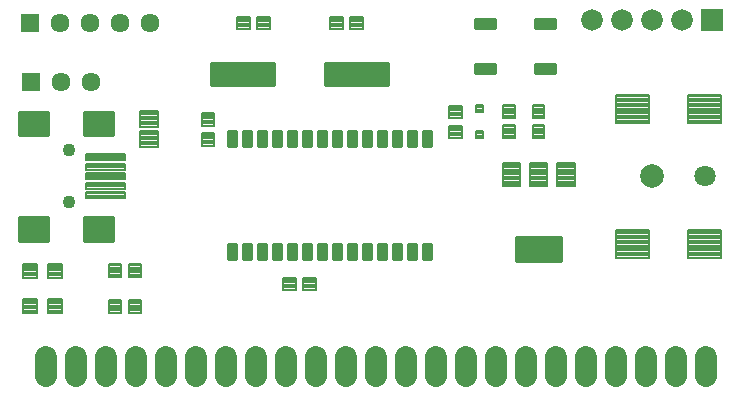
<source format=gts>
G75*
G70*
%OFA0B0*%
%FSLAX24Y24*%
%IPPOS*%
%LPD*%
%AMOC8*
5,1,8,0,0,1.08239X$1,22.5*
%
%ADD10R,0.0720X0.0720*%
%ADD11C,0.0720*%
%ADD12C,0.0087*%
%ADD13C,0.0080*%
%ADD14C,0.0434*%
%ADD15C,0.0084*%
%ADD16C,0.0081*%
%ADD17C,0.0080*%
%ADD18C,0.0083*%
%ADD19C,0.0082*%
%ADD20C,0.0789*%
%ADD21C,0.0710*%
%ADD22C,0.0084*%
%ADD23R,0.0635X0.0635*%
%ADD24C,0.0635*%
%ADD25C,0.0720*%
%ADD26C,0.0082*%
D10*
X023889Y012464D03*
D11*
X022889Y012464D03*
X021889Y012464D03*
X020889Y012464D03*
X019889Y012464D03*
D12*
X018845Y005217D02*
X017355Y005217D01*
X018845Y005217D02*
X018845Y004437D01*
X017355Y004437D01*
X017355Y005217D01*
X017355Y004523D02*
X018845Y004523D01*
X018845Y004609D02*
X017355Y004609D01*
X017355Y004695D02*
X018845Y004695D01*
X018845Y004781D02*
X017355Y004781D01*
X017355Y004867D02*
X018845Y004867D01*
X018845Y004953D02*
X017355Y004953D01*
X017355Y005039D02*
X018845Y005039D01*
X018845Y005125D02*
X017355Y005125D01*
X017355Y005211D02*
X018845Y005211D01*
X002945Y005106D02*
X002945Y005886D01*
X003923Y005886D01*
X003923Y005106D01*
X002945Y005106D01*
X002945Y005192D02*
X003923Y005192D01*
X003923Y005278D02*
X002945Y005278D01*
X002945Y005364D02*
X003923Y005364D01*
X003923Y005450D02*
X002945Y005450D01*
X002945Y005536D02*
X003923Y005536D01*
X003923Y005622D02*
X002945Y005622D01*
X002945Y005708D02*
X003923Y005708D01*
X003923Y005794D02*
X002945Y005794D01*
X002945Y005880D02*
X003923Y005880D01*
X000780Y005886D02*
X000780Y005106D01*
X000780Y005886D02*
X001758Y005886D01*
X001758Y005106D01*
X000780Y005106D01*
X000780Y005192D02*
X001758Y005192D01*
X001758Y005278D02*
X000780Y005278D01*
X000780Y005364D02*
X001758Y005364D01*
X001758Y005450D02*
X000780Y005450D01*
X000780Y005536D02*
X001758Y005536D01*
X001758Y005622D02*
X000780Y005622D01*
X000780Y005708D02*
X001758Y005708D01*
X001758Y005794D02*
X000780Y005794D01*
X000780Y005880D02*
X001758Y005880D01*
X000780Y008610D02*
X000780Y009390D01*
X001758Y009390D01*
X001758Y008610D01*
X000780Y008610D01*
X000780Y008696D02*
X001758Y008696D01*
X001758Y008782D02*
X000780Y008782D01*
X000780Y008868D02*
X001758Y008868D01*
X001758Y008954D02*
X000780Y008954D01*
X000780Y009040D02*
X001758Y009040D01*
X001758Y009126D02*
X000780Y009126D01*
X000780Y009212D02*
X001758Y009212D01*
X001758Y009298D02*
X000780Y009298D01*
X000780Y009384D02*
X001758Y009384D01*
X002945Y009390D02*
X002945Y008610D01*
X002945Y009390D02*
X003923Y009390D01*
X003923Y008610D01*
X002945Y008610D01*
X002945Y008696D02*
X003923Y008696D01*
X003923Y008782D02*
X002945Y008782D01*
X002945Y008868D02*
X003923Y008868D01*
X003923Y008954D02*
X002945Y008954D01*
X002945Y009040D02*
X003923Y009040D01*
X003923Y009126D02*
X002945Y009126D01*
X002945Y009212D02*
X003923Y009212D01*
X003923Y009298D02*
X002945Y009298D01*
X002945Y009384D02*
X003923Y009384D01*
D13*
X003021Y007976D02*
X003021Y007780D01*
X003021Y007976D02*
X004319Y007976D01*
X004319Y007780D01*
X003021Y007780D01*
X003021Y007859D02*
X004319Y007859D01*
X004319Y007938D02*
X003021Y007938D01*
X003021Y007661D02*
X003021Y007465D01*
X003021Y007661D02*
X004319Y007661D01*
X004319Y007465D01*
X003021Y007465D01*
X003021Y007544D02*
X004319Y007544D01*
X004319Y007623D02*
X003021Y007623D01*
X003021Y007346D02*
X003021Y007150D01*
X003021Y007346D02*
X004319Y007346D01*
X004319Y007150D01*
X003021Y007150D01*
X003021Y007229D02*
X004319Y007229D01*
X004319Y007308D02*
X003021Y007308D01*
X003021Y007031D02*
X003021Y006835D01*
X003021Y007031D02*
X004319Y007031D01*
X004319Y006835D01*
X003021Y006835D01*
X003021Y006914D02*
X004319Y006914D01*
X004319Y006993D02*
X003021Y006993D01*
X003021Y006716D02*
X003021Y006520D01*
X003021Y006716D02*
X004319Y006716D01*
X004319Y006520D01*
X003021Y006520D01*
X003021Y006599D02*
X004319Y006599D01*
X004319Y006678D02*
X003021Y006678D01*
D14*
X002450Y006382D03*
X002450Y008114D03*
D15*
X007185Y010281D02*
X009281Y010281D01*
X007185Y010281D02*
X007185Y011037D01*
X009281Y011037D01*
X009281Y010281D01*
X009281Y010364D02*
X007185Y010364D01*
X007185Y010447D02*
X009281Y010447D01*
X009281Y010530D02*
X007185Y010530D01*
X007185Y010613D02*
X009281Y010613D01*
X009281Y010696D02*
X007185Y010696D01*
X007185Y010779D02*
X009281Y010779D01*
X009281Y010862D02*
X007185Y010862D01*
X007185Y010945D02*
X009281Y010945D01*
X009281Y011028D02*
X007185Y011028D01*
X010985Y010281D02*
X013081Y010281D01*
X010985Y010281D02*
X010985Y011037D01*
X013081Y011037D01*
X013081Y010281D01*
X013081Y010364D02*
X010985Y010364D01*
X010985Y010447D02*
X013081Y010447D01*
X013081Y010530D02*
X010985Y010530D01*
X010985Y010613D02*
X013081Y010613D01*
X013081Y010696D02*
X010985Y010696D01*
X010985Y010779D02*
X013081Y010779D01*
X013081Y010862D02*
X010985Y010862D01*
X010985Y010945D02*
X013081Y010945D01*
X013081Y011028D02*
X010985Y011028D01*
D16*
X011151Y012563D02*
X011583Y012563D01*
X011583Y012169D01*
X011151Y012169D01*
X011151Y012563D01*
X011151Y012249D02*
X011583Y012249D01*
X011583Y012329D02*
X011151Y012329D01*
X011151Y012409D02*
X011583Y012409D01*
X011583Y012489D02*
X011151Y012489D01*
X011821Y012563D02*
X012253Y012563D01*
X012253Y012169D01*
X011821Y012169D01*
X011821Y012563D01*
X011821Y012249D02*
X012253Y012249D01*
X012253Y012329D02*
X011821Y012329D01*
X011821Y012409D02*
X012253Y012409D01*
X012253Y012489D02*
X011821Y012489D01*
X009152Y012169D02*
X008720Y012169D01*
X008720Y012563D01*
X009152Y012563D01*
X009152Y012169D01*
X009152Y012249D02*
X008720Y012249D01*
X008720Y012329D02*
X009152Y012329D01*
X009152Y012409D02*
X008720Y012409D01*
X008720Y012489D02*
X009152Y012489D01*
X008483Y012169D02*
X008051Y012169D01*
X008051Y012563D01*
X008483Y012563D01*
X008483Y012169D01*
X008483Y012249D02*
X008051Y012249D01*
X008051Y012329D02*
X008483Y012329D01*
X008483Y012409D02*
X008051Y012409D01*
X008051Y012489D02*
X008483Y012489D01*
X006879Y009373D02*
X006879Y008941D01*
X006879Y009373D02*
X007273Y009373D01*
X007273Y008941D01*
X006879Y008941D01*
X006879Y009021D02*
X007273Y009021D01*
X007273Y009101D02*
X006879Y009101D01*
X006879Y009181D02*
X007273Y009181D01*
X007273Y009261D02*
X006879Y009261D01*
X006879Y009341D02*
X007273Y009341D01*
X006879Y008704D02*
X006879Y008272D01*
X006879Y008704D02*
X007273Y008704D01*
X007273Y008272D01*
X006879Y008272D01*
X006879Y008352D02*
X007273Y008352D01*
X007273Y008432D02*
X006879Y008432D01*
X006879Y008512D02*
X007273Y008512D01*
X007273Y008592D02*
X006879Y008592D01*
X006879Y008672D02*
X007273Y008672D01*
X015128Y008537D02*
X015128Y008931D01*
X015560Y008931D01*
X015560Y008537D01*
X015128Y008537D01*
X015128Y008617D02*
X015560Y008617D01*
X015560Y008697D02*
X015128Y008697D01*
X015128Y008777D02*
X015560Y008777D01*
X015560Y008857D02*
X015128Y008857D01*
X015128Y009206D02*
X015128Y009600D01*
X015560Y009600D01*
X015560Y009206D01*
X015128Y009206D01*
X015128Y009286D02*
X015560Y009286D01*
X015560Y009366D02*
X015128Y009366D01*
X015128Y009446D02*
X015560Y009446D01*
X015560Y009526D02*
X015128Y009526D01*
X017312Y009619D02*
X017312Y009187D01*
X016918Y009187D01*
X016918Y009619D01*
X017312Y009619D01*
X017312Y009267D02*
X016918Y009267D01*
X016918Y009347D02*
X017312Y009347D01*
X017312Y009427D02*
X016918Y009427D01*
X016918Y009507D02*
X017312Y009507D01*
X017312Y009587D02*
X016918Y009587D01*
X018297Y009619D02*
X018297Y009187D01*
X017903Y009187D01*
X017903Y009619D01*
X018297Y009619D01*
X018297Y009267D02*
X017903Y009267D01*
X017903Y009347D02*
X018297Y009347D01*
X018297Y009427D02*
X017903Y009427D01*
X017903Y009507D02*
X018297Y009507D01*
X018297Y009587D02*
X017903Y009587D01*
X018297Y008950D02*
X018297Y008518D01*
X017903Y008518D01*
X017903Y008950D01*
X018297Y008950D01*
X018297Y008598D02*
X017903Y008598D01*
X017903Y008678D02*
X018297Y008678D01*
X018297Y008758D02*
X017903Y008758D01*
X017903Y008838D02*
X018297Y008838D01*
X018297Y008918D02*
X017903Y008918D01*
X017312Y008950D02*
X017312Y008518D01*
X016918Y008518D01*
X016918Y008950D01*
X017312Y008950D01*
X017312Y008598D02*
X016918Y008598D01*
X016918Y008678D02*
X017312Y008678D01*
X017312Y008758D02*
X016918Y008758D01*
X016918Y008838D02*
X017312Y008838D01*
X017312Y008918D02*
X016918Y008918D01*
X010684Y003869D02*
X010252Y003869D01*
X010684Y003869D02*
X010684Y003475D01*
X010252Y003475D01*
X010252Y003869D01*
X010252Y003555D02*
X010684Y003555D01*
X010684Y003635D02*
X010252Y003635D01*
X010252Y003715D02*
X010684Y003715D01*
X010684Y003795D02*
X010252Y003795D01*
X010014Y003869D02*
X009582Y003869D01*
X010014Y003869D02*
X010014Y003475D01*
X009582Y003475D01*
X009582Y003869D01*
X009582Y003555D02*
X010014Y003555D01*
X010014Y003635D02*
X009582Y003635D01*
X009582Y003715D02*
X010014Y003715D01*
X010014Y003795D02*
X009582Y003795D01*
X004852Y003882D02*
X004458Y003882D01*
X004458Y004314D01*
X004852Y004314D01*
X004852Y003882D01*
X004852Y003962D02*
X004458Y003962D01*
X004458Y004042D02*
X004852Y004042D01*
X004852Y004122D02*
X004458Y004122D01*
X004458Y004202D02*
X004852Y004202D01*
X004852Y004282D02*
X004458Y004282D01*
X004182Y003882D02*
X003788Y003882D01*
X003788Y004314D01*
X004182Y004314D01*
X004182Y003882D01*
X004182Y003962D02*
X003788Y003962D01*
X003788Y004042D02*
X004182Y004042D01*
X004182Y004122D02*
X003788Y004122D01*
X003788Y004202D02*
X004182Y004202D01*
X004182Y004282D02*
X003788Y004282D01*
X003788Y002701D02*
X004182Y002701D01*
X003788Y002701D02*
X003788Y003133D01*
X004182Y003133D01*
X004182Y002701D01*
X004182Y002781D02*
X003788Y002781D01*
X003788Y002861D02*
X004182Y002861D01*
X004182Y002941D02*
X003788Y002941D01*
X003788Y003021D02*
X004182Y003021D01*
X004182Y003101D02*
X003788Y003101D01*
X004458Y002701D02*
X004852Y002701D01*
X004458Y002701D02*
X004458Y003133D01*
X004852Y003133D01*
X004852Y002701D01*
X004852Y002781D02*
X004458Y002781D01*
X004458Y002861D02*
X004852Y002861D01*
X004852Y002941D02*
X004458Y002941D01*
X004458Y003021D02*
X004852Y003021D01*
X004852Y003101D02*
X004458Y003101D01*
D17*
X016899Y007700D02*
X017489Y007700D01*
X017489Y006914D01*
X016899Y006914D01*
X016899Y007700D01*
X016899Y006993D02*
X017489Y006993D01*
X017489Y007072D02*
X016899Y007072D01*
X016899Y007151D02*
X017489Y007151D01*
X017489Y007230D02*
X016899Y007230D01*
X016899Y007309D02*
X017489Y007309D01*
X017489Y007388D02*
X016899Y007388D01*
X016899Y007467D02*
X017489Y007467D01*
X017489Y007546D02*
X016899Y007546D01*
X016899Y007625D02*
X017489Y007625D01*
X017805Y007700D02*
X018395Y007700D01*
X018395Y006914D01*
X017805Y006914D01*
X017805Y007700D01*
X017805Y006993D02*
X018395Y006993D01*
X018395Y007072D02*
X017805Y007072D01*
X017805Y007151D02*
X018395Y007151D01*
X018395Y007230D02*
X017805Y007230D01*
X017805Y007309D02*
X018395Y007309D01*
X018395Y007388D02*
X017805Y007388D01*
X017805Y007467D02*
X018395Y007467D01*
X018395Y007546D02*
X017805Y007546D01*
X017805Y007625D02*
X018395Y007625D01*
X018710Y007700D02*
X019300Y007700D01*
X019300Y006914D01*
X018710Y006914D01*
X018710Y007700D01*
X018710Y006993D02*
X019300Y006993D01*
X019300Y007072D02*
X018710Y007072D01*
X018710Y007151D02*
X019300Y007151D01*
X019300Y007230D02*
X018710Y007230D01*
X018710Y007309D02*
X019300Y007309D01*
X019300Y007388D02*
X018710Y007388D01*
X018710Y007467D02*
X019300Y007467D01*
X019300Y007546D02*
X018710Y007546D01*
X018710Y007625D02*
X019300Y007625D01*
D18*
X005401Y008233D02*
X005401Y008743D01*
X005401Y008233D02*
X004813Y008233D01*
X004813Y008743D01*
X005401Y008743D01*
X005401Y008315D02*
X004813Y008315D01*
X004813Y008397D02*
X005401Y008397D01*
X005401Y008479D02*
X004813Y008479D01*
X004813Y008561D02*
X005401Y008561D01*
X005401Y008643D02*
X004813Y008643D01*
X004813Y008725D02*
X005401Y008725D01*
X005401Y008902D02*
X005401Y009412D01*
X005401Y008902D02*
X004813Y008902D01*
X004813Y009412D01*
X005401Y009412D01*
X005401Y008984D02*
X004813Y008984D01*
X004813Y009066D02*
X005401Y009066D01*
X005401Y009148D02*
X004813Y009148D01*
X004813Y009230D02*
X005401Y009230D01*
X005401Y009312D02*
X004813Y009312D01*
X004813Y009394D02*
X005401Y009394D01*
X002212Y004333D02*
X002212Y003863D01*
X001742Y003863D01*
X001742Y004333D01*
X002212Y004333D01*
X002212Y003945D02*
X001742Y003945D01*
X001742Y004027D02*
X002212Y004027D01*
X002212Y004109D02*
X001742Y004109D01*
X001742Y004191D02*
X002212Y004191D01*
X002212Y004273D02*
X001742Y004273D01*
X001386Y004333D02*
X001386Y003863D01*
X000916Y003863D01*
X000916Y004333D01*
X001386Y004333D01*
X001386Y003945D02*
X000916Y003945D01*
X000916Y004027D02*
X001386Y004027D01*
X001386Y004109D02*
X000916Y004109D01*
X000916Y004191D02*
X001386Y004191D01*
X001386Y004273D02*
X000916Y004273D01*
X001386Y003152D02*
X001386Y002682D01*
X000916Y002682D01*
X000916Y003152D01*
X001386Y003152D01*
X001386Y002764D02*
X000916Y002764D01*
X000916Y002846D02*
X001386Y002846D01*
X001386Y002928D02*
X000916Y002928D01*
X000916Y003010D02*
X001386Y003010D01*
X001386Y003092D02*
X000916Y003092D01*
X002212Y003152D02*
X002212Y002682D01*
X001742Y002682D01*
X001742Y003152D01*
X002212Y003152D01*
X002212Y002764D02*
X001742Y002764D01*
X001742Y002846D02*
X002212Y002846D01*
X002212Y002928D02*
X001742Y002928D01*
X001742Y003010D02*
X002212Y003010D01*
X002212Y003092D02*
X001742Y003092D01*
D19*
X021789Y004533D02*
X021789Y005475D01*
X021789Y004533D02*
X020689Y004533D01*
X020689Y005475D01*
X021789Y005475D01*
X021789Y004614D02*
X020689Y004614D01*
X020689Y004695D02*
X021789Y004695D01*
X021789Y004776D02*
X020689Y004776D01*
X020689Y004857D02*
X021789Y004857D01*
X021789Y004938D02*
X020689Y004938D01*
X020689Y005019D02*
X021789Y005019D01*
X021789Y005100D02*
X020689Y005100D01*
X020689Y005181D02*
X021789Y005181D01*
X021789Y005262D02*
X020689Y005262D01*
X020689Y005343D02*
X021789Y005343D01*
X021789Y005424D02*
X020689Y005424D01*
X024190Y005475D02*
X024190Y004533D01*
X023090Y004533D01*
X023090Y005475D01*
X024190Y005475D01*
X024190Y004614D02*
X023090Y004614D01*
X023090Y004695D02*
X024190Y004695D01*
X024190Y004776D02*
X023090Y004776D01*
X023090Y004857D02*
X024190Y004857D01*
X024190Y004938D02*
X023090Y004938D01*
X023090Y005019D02*
X024190Y005019D01*
X024190Y005100D02*
X023090Y005100D01*
X023090Y005181D02*
X024190Y005181D01*
X024190Y005262D02*
X023090Y005262D01*
X023090Y005343D02*
X024190Y005343D01*
X024190Y005424D02*
X023090Y005424D01*
X024190Y009021D02*
X024190Y009963D01*
X024190Y009021D02*
X023090Y009021D01*
X023090Y009963D01*
X024190Y009963D01*
X024190Y009102D02*
X023090Y009102D01*
X023090Y009183D02*
X024190Y009183D01*
X024190Y009264D02*
X023090Y009264D01*
X023090Y009345D02*
X024190Y009345D01*
X024190Y009426D02*
X023090Y009426D01*
X023090Y009507D02*
X024190Y009507D01*
X024190Y009588D02*
X023090Y009588D01*
X023090Y009669D02*
X024190Y009669D01*
X024190Y009750D02*
X023090Y009750D01*
X023090Y009831D02*
X024190Y009831D01*
X024190Y009912D02*
X023090Y009912D01*
X021789Y009963D02*
X021789Y009021D01*
X020689Y009021D01*
X020689Y009963D01*
X021789Y009963D01*
X021789Y009102D02*
X020689Y009102D01*
X020689Y009183D02*
X021789Y009183D01*
X021789Y009264D02*
X020689Y009264D01*
X020689Y009345D02*
X021789Y009345D01*
X021789Y009426D02*
X020689Y009426D01*
X020689Y009507D02*
X021789Y009507D01*
X021789Y009588D02*
X020689Y009588D01*
X020689Y009669D02*
X021789Y009669D01*
X021789Y009750D02*
X020689Y009750D01*
X020689Y009831D02*
X021789Y009831D01*
X021789Y009912D02*
X020689Y009912D01*
D20*
X021868Y007248D03*
D21*
X023640Y007248D03*
D22*
X017989Y010681D02*
X017989Y010977D01*
X018635Y010977D01*
X018635Y010681D01*
X017989Y010681D01*
X017989Y010764D02*
X018635Y010764D01*
X018635Y010847D02*
X017989Y010847D01*
X017989Y010930D02*
X018635Y010930D01*
X015989Y010977D02*
X015989Y010681D01*
X015989Y010977D02*
X016635Y010977D01*
X016635Y010681D01*
X015989Y010681D01*
X015989Y010764D02*
X016635Y010764D01*
X016635Y010847D02*
X015989Y010847D01*
X015989Y010930D02*
X016635Y010930D01*
X015989Y012181D02*
X015989Y012477D01*
X016635Y012477D01*
X016635Y012181D01*
X015989Y012181D01*
X015989Y012264D02*
X016635Y012264D01*
X016635Y012347D02*
X015989Y012347D01*
X015989Y012430D02*
X016635Y012430D01*
X017989Y012477D02*
X017989Y012181D01*
X017989Y012477D02*
X018635Y012477D01*
X018635Y012181D01*
X017989Y012181D01*
X017989Y012264D02*
X018635Y012264D01*
X018635Y012347D02*
X017989Y012347D01*
X017989Y012430D02*
X018635Y012430D01*
X014531Y008751D02*
X014235Y008751D01*
X014531Y008751D02*
X014531Y008255D01*
X014235Y008255D01*
X014235Y008751D01*
X014235Y008338D02*
X014531Y008338D01*
X014531Y008421D02*
X014235Y008421D01*
X014235Y008504D02*
X014531Y008504D01*
X014531Y008587D02*
X014235Y008587D01*
X014235Y008670D02*
X014531Y008670D01*
X014031Y008751D02*
X013735Y008751D01*
X014031Y008751D02*
X014031Y008255D01*
X013735Y008255D01*
X013735Y008751D01*
X013735Y008338D02*
X014031Y008338D01*
X014031Y008421D02*
X013735Y008421D01*
X013735Y008504D02*
X014031Y008504D01*
X014031Y008587D02*
X013735Y008587D01*
X013735Y008670D02*
X014031Y008670D01*
X013531Y008751D02*
X013235Y008751D01*
X013531Y008751D02*
X013531Y008255D01*
X013235Y008255D01*
X013235Y008751D01*
X013235Y008338D02*
X013531Y008338D01*
X013531Y008421D02*
X013235Y008421D01*
X013235Y008504D02*
X013531Y008504D01*
X013531Y008587D02*
X013235Y008587D01*
X013235Y008670D02*
X013531Y008670D01*
X013031Y008751D02*
X012735Y008751D01*
X013031Y008751D02*
X013031Y008255D01*
X012735Y008255D01*
X012735Y008751D01*
X012735Y008338D02*
X013031Y008338D01*
X013031Y008421D02*
X012735Y008421D01*
X012735Y008504D02*
X013031Y008504D01*
X013031Y008587D02*
X012735Y008587D01*
X012735Y008670D02*
X013031Y008670D01*
X012531Y008751D02*
X012235Y008751D01*
X012531Y008751D02*
X012531Y008255D01*
X012235Y008255D01*
X012235Y008751D01*
X012235Y008338D02*
X012531Y008338D01*
X012531Y008421D02*
X012235Y008421D01*
X012235Y008504D02*
X012531Y008504D01*
X012531Y008587D02*
X012235Y008587D01*
X012235Y008670D02*
X012531Y008670D01*
X012031Y008751D02*
X011735Y008751D01*
X012031Y008751D02*
X012031Y008255D01*
X011735Y008255D01*
X011735Y008751D01*
X011735Y008338D02*
X012031Y008338D01*
X012031Y008421D02*
X011735Y008421D01*
X011735Y008504D02*
X012031Y008504D01*
X012031Y008587D02*
X011735Y008587D01*
X011735Y008670D02*
X012031Y008670D01*
X011531Y008751D02*
X011235Y008751D01*
X011531Y008751D02*
X011531Y008255D01*
X011235Y008255D01*
X011235Y008751D01*
X011235Y008338D02*
X011531Y008338D01*
X011531Y008421D02*
X011235Y008421D01*
X011235Y008504D02*
X011531Y008504D01*
X011531Y008587D02*
X011235Y008587D01*
X011235Y008670D02*
X011531Y008670D01*
X011031Y008751D02*
X010735Y008751D01*
X011031Y008751D02*
X011031Y008255D01*
X010735Y008255D01*
X010735Y008751D01*
X010735Y008338D02*
X011031Y008338D01*
X011031Y008421D02*
X010735Y008421D01*
X010735Y008504D02*
X011031Y008504D01*
X011031Y008587D02*
X010735Y008587D01*
X010735Y008670D02*
X011031Y008670D01*
X010531Y008751D02*
X010235Y008751D01*
X010531Y008751D02*
X010531Y008255D01*
X010235Y008255D01*
X010235Y008751D01*
X010235Y008338D02*
X010531Y008338D01*
X010531Y008421D02*
X010235Y008421D01*
X010235Y008504D02*
X010531Y008504D01*
X010531Y008587D02*
X010235Y008587D01*
X010235Y008670D02*
X010531Y008670D01*
X010031Y008751D02*
X009735Y008751D01*
X010031Y008751D02*
X010031Y008255D01*
X009735Y008255D01*
X009735Y008751D01*
X009735Y008338D02*
X010031Y008338D01*
X010031Y008421D02*
X009735Y008421D01*
X009735Y008504D02*
X010031Y008504D01*
X010031Y008587D02*
X009735Y008587D01*
X009735Y008670D02*
X010031Y008670D01*
X009531Y008751D02*
X009235Y008751D01*
X009531Y008751D02*
X009531Y008255D01*
X009235Y008255D01*
X009235Y008751D01*
X009235Y008338D02*
X009531Y008338D01*
X009531Y008421D02*
X009235Y008421D01*
X009235Y008504D02*
X009531Y008504D01*
X009531Y008587D02*
X009235Y008587D01*
X009235Y008670D02*
X009531Y008670D01*
X009031Y008751D02*
X008735Y008751D01*
X009031Y008751D02*
X009031Y008255D01*
X008735Y008255D01*
X008735Y008751D01*
X008735Y008338D02*
X009031Y008338D01*
X009031Y008421D02*
X008735Y008421D01*
X008735Y008504D02*
X009031Y008504D01*
X009031Y008587D02*
X008735Y008587D01*
X008735Y008670D02*
X009031Y008670D01*
X008531Y008751D02*
X008235Y008751D01*
X008531Y008751D02*
X008531Y008255D01*
X008235Y008255D01*
X008235Y008751D01*
X008235Y008338D02*
X008531Y008338D01*
X008531Y008421D02*
X008235Y008421D01*
X008235Y008504D02*
X008531Y008504D01*
X008531Y008587D02*
X008235Y008587D01*
X008235Y008670D02*
X008531Y008670D01*
X008031Y008751D02*
X007735Y008751D01*
X008031Y008751D02*
X008031Y008255D01*
X007735Y008255D01*
X007735Y008751D01*
X007735Y008338D02*
X008031Y008338D01*
X008031Y008421D02*
X007735Y008421D01*
X007735Y008504D02*
X008031Y008504D01*
X008031Y008587D02*
X007735Y008587D01*
X007735Y008670D02*
X008031Y008670D01*
X008031Y004987D02*
X007735Y004987D01*
X008031Y004987D02*
X008031Y004491D01*
X007735Y004491D01*
X007735Y004987D01*
X007735Y004574D02*
X008031Y004574D01*
X008031Y004657D02*
X007735Y004657D01*
X007735Y004740D02*
X008031Y004740D01*
X008031Y004823D02*
X007735Y004823D01*
X007735Y004906D02*
X008031Y004906D01*
X008235Y004987D02*
X008531Y004987D01*
X008531Y004491D01*
X008235Y004491D01*
X008235Y004987D01*
X008235Y004574D02*
X008531Y004574D01*
X008531Y004657D02*
X008235Y004657D01*
X008235Y004740D02*
X008531Y004740D01*
X008531Y004823D02*
X008235Y004823D01*
X008235Y004906D02*
X008531Y004906D01*
X008735Y004987D02*
X009031Y004987D01*
X009031Y004491D01*
X008735Y004491D01*
X008735Y004987D01*
X008735Y004574D02*
X009031Y004574D01*
X009031Y004657D02*
X008735Y004657D01*
X008735Y004740D02*
X009031Y004740D01*
X009031Y004823D02*
X008735Y004823D01*
X008735Y004906D02*
X009031Y004906D01*
X009235Y004987D02*
X009531Y004987D01*
X009531Y004491D01*
X009235Y004491D01*
X009235Y004987D01*
X009235Y004574D02*
X009531Y004574D01*
X009531Y004657D02*
X009235Y004657D01*
X009235Y004740D02*
X009531Y004740D01*
X009531Y004823D02*
X009235Y004823D01*
X009235Y004906D02*
X009531Y004906D01*
X009735Y004987D02*
X010031Y004987D01*
X010031Y004491D01*
X009735Y004491D01*
X009735Y004987D01*
X009735Y004574D02*
X010031Y004574D01*
X010031Y004657D02*
X009735Y004657D01*
X009735Y004740D02*
X010031Y004740D01*
X010031Y004823D02*
X009735Y004823D01*
X009735Y004906D02*
X010031Y004906D01*
X010235Y004987D02*
X010531Y004987D01*
X010531Y004491D01*
X010235Y004491D01*
X010235Y004987D01*
X010235Y004574D02*
X010531Y004574D01*
X010531Y004657D02*
X010235Y004657D01*
X010235Y004740D02*
X010531Y004740D01*
X010531Y004823D02*
X010235Y004823D01*
X010235Y004906D02*
X010531Y004906D01*
X010735Y004987D02*
X011031Y004987D01*
X011031Y004491D01*
X010735Y004491D01*
X010735Y004987D01*
X010735Y004574D02*
X011031Y004574D01*
X011031Y004657D02*
X010735Y004657D01*
X010735Y004740D02*
X011031Y004740D01*
X011031Y004823D02*
X010735Y004823D01*
X010735Y004906D02*
X011031Y004906D01*
X011235Y004987D02*
X011531Y004987D01*
X011531Y004491D01*
X011235Y004491D01*
X011235Y004987D01*
X011235Y004574D02*
X011531Y004574D01*
X011531Y004657D02*
X011235Y004657D01*
X011235Y004740D02*
X011531Y004740D01*
X011531Y004823D02*
X011235Y004823D01*
X011235Y004906D02*
X011531Y004906D01*
X011735Y004987D02*
X012031Y004987D01*
X012031Y004491D01*
X011735Y004491D01*
X011735Y004987D01*
X011735Y004574D02*
X012031Y004574D01*
X012031Y004657D02*
X011735Y004657D01*
X011735Y004740D02*
X012031Y004740D01*
X012031Y004823D02*
X011735Y004823D01*
X011735Y004906D02*
X012031Y004906D01*
X012235Y004987D02*
X012531Y004987D01*
X012531Y004491D01*
X012235Y004491D01*
X012235Y004987D01*
X012235Y004574D02*
X012531Y004574D01*
X012531Y004657D02*
X012235Y004657D01*
X012235Y004740D02*
X012531Y004740D01*
X012531Y004823D02*
X012235Y004823D01*
X012235Y004906D02*
X012531Y004906D01*
X012735Y004987D02*
X013031Y004987D01*
X013031Y004491D01*
X012735Y004491D01*
X012735Y004987D01*
X012735Y004574D02*
X013031Y004574D01*
X013031Y004657D02*
X012735Y004657D01*
X012735Y004740D02*
X013031Y004740D01*
X013031Y004823D02*
X012735Y004823D01*
X012735Y004906D02*
X013031Y004906D01*
X013235Y004987D02*
X013531Y004987D01*
X013531Y004491D01*
X013235Y004491D01*
X013235Y004987D01*
X013235Y004574D02*
X013531Y004574D01*
X013531Y004657D02*
X013235Y004657D01*
X013235Y004740D02*
X013531Y004740D01*
X013531Y004823D02*
X013235Y004823D01*
X013235Y004906D02*
X013531Y004906D01*
X013735Y004987D02*
X014031Y004987D01*
X014031Y004491D01*
X013735Y004491D01*
X013735Y004987D01*
X013735Y004574D02*
X014031Y004574D01*
X014031Y004657D02*
X013735Y004657D01*
X013735Y004740D02*
X014031Y004740D01*
X014031Y004823D02*
X013735Y004823D01*
X013735Y004906D02*
X014031Y004906D01*
X014235Y004987D02*
X014531Y004987D01*
X014531Y004491D01*
X014235Y004491D01*
X014235Y004987D01*
X014235Y004574D02*
X014531Y004574D01*
X014531Y004657D02*
X014235Y004657D01*
X014235Y004740D02*
X014531Y004740D01*
X014531Y004823D02*
X014235Y004823D01*
X014235Y004906D02*
X014531Y004906D01*
D23*
X001170Y010397D03*
X001139Y012366D03*
D24*
X002139Y012366D03*
X003139Y012366D03*
X004139Y012366D03*
X005139Y012366D03*
X003170Y010397D03*
X002170Y010397D03*
D25*
X001670Y001240D02*
X001670Y000600D01*
X002670Y000600D02*
X002670Y001240D01*
X003670Y001240D02*
X003670Y000600D01*
X004670Y000600D02*
X004670Y001240D01*
X005670Y001240D02*
X005670Y000600D01*
X006670Y000600D02*
X006670Y001240D01*
X007670Y001240D02*
X007670Y000600D01*
X008670Y000600D02*
X008670Y001240D01*
X009670Y001240D02*
X009670Y000600D01*
X010670Y000600D02*
X010670Y001240D01*
X011670Y001240D02*
X011670Y000600D01*
X012670Y000600D02*
X012670Y001240D01*
X013670Y001240D02*
X013670Y000600D01*
X014670Y000600D02*
X014670Y001240D01*
X015670Y001240D02*
X015670Y000600D01*
X016670Y000600D02*
X016670Y001240D01*
X017670Y001240D02*
X017670Y000600D01*
X018670Y000600D02*
X018670Y001240D01*
X019670Y001240D02*
X019670Y000600D01*
X020670Y000600D02*
X020670Y001240D01*
X021670Y001240D02*
X021670Y000600D01*
X022670Y000600D02*
X022670Y001240D01*
X023670Y001240D02*
X023670Y000600D01*
D26*
X016014Y008519D02*
X016014Y008753D01*
X016248Y008753D01*
X016248Y008519D01*
X016014Y008519D01*
X016014Y008600D02*
X016248Y008600D01*
X016248Y008681D02*
X016014Y008681D01*
X016014Y009385D02*
X016014Y009619D01*
X016248Y009619D01*
X016248Y009385D01*
X016014Y009385D01*
X016014Y009466D02*
X016248Y009466D01*
X016248Y009547D02*
X016014Y009547D01*
M02*

</source>
